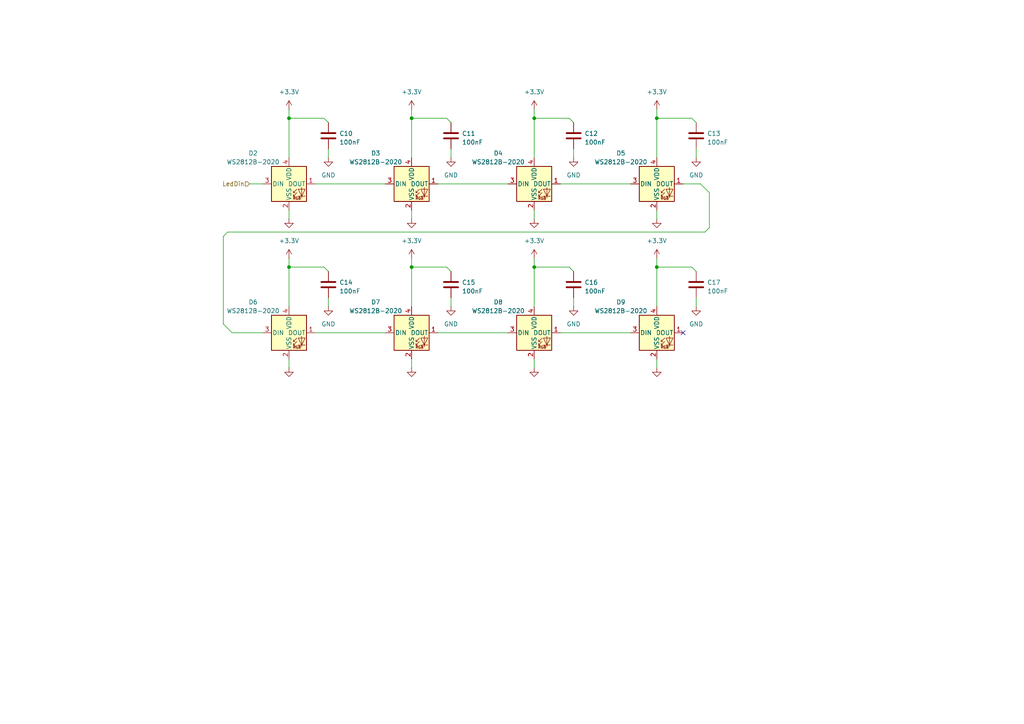
<source format=kicad_sch>
(kicad_sch (version 20250114) (generator "eeschema") (generator_version "9.0")
  (paper "A4")
  (lib_symbols
    (symbol "Device:C" (pin_numbers (hide yes)) (pin_names (offset 0.254))
      (property "Reference" "C" (at 0.635 2.54 0))
      (property "Value" "C" (at 0.635 -2.54 0))
      (symbol "C_0_1"
        (polyline (pts (xy -2.032 0.762) (xy 2.032 0.762)) (stroke (width 0.508)))
        (polyline (pts (xy -2.032 -0.762) (xy 2.032 -0.762)) (stroke (width 0.508)))
      )
      (symbol "C_1_1"
        (pin passive line (at 0 3.81 270) (length 2.794) (name "~") (number "1"))
        (pin passive line (at 0 -3.81 90) (length 2.794) (name "~") (number "2"))
      )
    )
    (symbol "LED:WS2812B-2020" (pin_names (offset 0.254))
      (property "Reference" "D" (at 5.08 5.715 0))
      (property "Value" "WS2812B-2020" (at 1.27 -5.715 0))
      (symbol "WS2812B-2020_0_0"
        (text "RGB" (at 2.286 -4.191 0) (effects (font (size 0.762 0.762))))
      )
      (symbol "WS2812B-2020_0_1"
        (polyline (pts (xy 1.27 -2.54) (xy 1.778 -2.54)))
        (polyline (pts (xy 1.27 -3.556) (xy 1.778 -3.556)))
        (polyline (pts (xy 2.286 -1.524) (xy 1.27 -2.54) (xy 1.27 -2.032)))
        (polyline (pts (xy 2.286 -2.54) (xy 1.27 -3.556) (xy 1.27 -3.048)))
        (polyline (pts (xy 3.683 -1.016) (xy 3.683 -3.556) (xy 3.683 -4.064)))
        (polyline (pts (xy 4.699 -1.524) (xy 2.667 -1.524) (xy 3.683 -3.556) (xy 4.699 -1.524)))
        (polyline (pts (xy 4.699 -3.556) (xy 2.667 -3.556)))
        (rectangle (start 5.08 5.08) (end -5.08 -5.08) (stroke (width 0.254)) (fill (type background)))
      )
      (symbol "WS2812B-2020_1_1"
        (pin input line (at -7.62 0 0) (length 2.54) (name "DIN") (number "3"))
        (pin power_in line (at 0 7.62 270) (length 2.54) (name "VDD") (number "4"))
        (pin power_in line (at 0 -7.62 90) (length 2.54) (name "VSS") (number "2"))
        (pin output line (at 7.62 0 180) (length 2.54) (name "DOUT") (number "1"))
      )
    )
    (symbol "power:+3.3V" (power) (pin_numbers (hide yes)) (pin_names (offset 0) (hide yes))
      (property "Value" "+3.3V" (at 0 3.556 0))
      (symbol "+3.3V_0_1"
        (polyline (pts (xy -0.762 1.27) (xy 0 2.54)))
        (polyline (pts (xy 0 2.54) (xy 0.762 1.27)))
        (polyline (pts (xy 0 0) (xy 0 2.54)))
      )
      (symbol "+3.3V_1_1"
        (pin power_in line (at 0 0 90) (length 0) (name "~") (number "1"))
      )
    )
    (symbol "power:GND" (power) (pin_numbers (hide yes)) (pin_names (offset 0) (hide yes))
      (property "Value" "GND" (at 0 -3.81 0))
      (symbol "GND_0_1"
        (polyline (pts (xy 0 0) (xy 0 -1.27) (xy 1.27 -1.27) (xy 0 -2.54) (xy -1.27 -1.27) (xy 0 -1.27)))
      )
      (symbol "GND_1_1"
        (pin power_in line (at 0 0 270) (length 0) (name "~") (number "1"))
      )
    )
  )
  (junction (at 190.5 34.29))
  (junction (at 119.38 77.47))
  (junction (at 83.82 77.47))
  (junction (at 119.38 34.29))
  (junction (at 190.5 77.47))
  (junction (at 154.94 34.29))
  (junction (at 154.94 77.47))
  (junction (at 83.82 34.29))
  (no_connect (at 198.12 96.52))
  (wire (pts (xy 205.74 55.88) (xy 205.74 66.04)))
  (wire (pts (xy 93.98 34.29) (xy 95.25 35.56)))
  (wire (pts (xy 119.38 31.75) (xy 119.38 34.29)))
  (wire (pts (xy 190.5 104.14) (xy 190.5 106.68)))
  (wire (pts (xy 154.94 104.14) (xy 154.94 106.68)))
  (wire (pts (xy 119.38 77.47) (xy 129.54 77.47)))
  (wire (pts (xy 190.5 31.75) (xy 190.5 34.29)))
  (wire (pts (xy 154.94 77.47) (xy 165.1 77.47)))
  (wire (pts (xy 201.93 43.18) (xy 201.93 45.72)))
  (wire (pts (xy 83.82 34.29) (xy 83.82 45.72)))
  (wire (pts (xy 127 96.52) (xy 147.32 96.52)))
  (wire (pts (xy 154.94 77.47) (xy 154.94 88.9)))
  (wire (pts (xy 91.44 96.52) (xy 111.76 96.52)))
  (wire (pts (xy 91.44 53.34) (xy 111.76 53.34)))
  (wire (pts (xy 72.39 53.34) (xy 76.2 53.34)))
  (wire (pts (xy 198.12 53.34) (xy 203.2 53.34)))
  (wire (pts (xy 205.74 55.88) (xy 203.2 53.34)))
  (wire (pts (xy 119.38 74.93) (xy 119.38 77.47)))
  (wire (pts (xy 165.1 34.29) (xy 166.37 35.56)))
  (wire (pts (xy 200.66 77.47) (xy 201.93 78.74)))
  (wire (pts (xy 64.77 68.58) (xy 64.77 93.98)))
  (wire (pts (xy 190.5 77.47) (xy 200.66 77.47)))
  (wire (pts (xy 154.94 34.29) (xy 154.94 45.72)))
  (wire (pts (xy 130.81 86.36) (xy 130.81 88.9)))
  (wire (pts (xy 190.5 34.29) (xy 190.5 45.72)))
  (wire (pts (xy 119.38 60.96) (xy 119.38 63.5)))
  (wire (pts (xy 162.56 96.52) (xy 182.88 96.52)))
  (wire (pts (xy 190.5 77.47) (xy 190.5 88.9)))
  (wire (pts (xy 166.37 43.18) (xy 166.37 45.72)))
  (wire (pts (xy 119.38 34.29) (xy 129.54 34.29)))
  (wire (pts (xy 162.56 53.34) (xy 182.88 53.34)))
  (wire (pts (xy 64.77 93.98) (xy 67.31 96.52)))
  (wire (pts (xy 129.54 77.47) (xy 130.81 78.74)))
  (wire (pts (xy 83.82 77.47) (xy 93.98 77.47)))
  (wire (pts (xy 129.54 34.29) (xy 130.81 35.56)))
  (wire (pts (xy 95.25 43.18) (xy 95.25 45.72)))
  (wire (pts (xy 83.82 74.93) (xy 83.82 77.47)))
  (wire (pts (xy 66.04 67.31) (xy 204.47 67.31)))
  (wire (pts (xy 83.82 77.47) (xy 83.82 88.9)))
  (wire (pts (xy 200.66 34.29) (xy 201.93 35.56)))
  (wire (pts (xy 154.94 74.93) (xy 154.94 77.47)))
  (wire (pts (xy 166.37 86.36) (xy 166.37 88.9)))
  (wire (pts (xy 83.82 104.14) (xy 83.82 106.68)))
  (wire (pts (xy 95.25 86.36) (xy 95.25 88.9)))
  (wire (pts (xy 205.74 66.04) (xy 204.47 67.31)))
  (wire (pts (xy 154.94 31.75) (xy 154.94 34.29)))
  (wire (pts (xy 66.04 67.31) (xy 64.77 68.58)))
  (wire (pts (xy 83.82 31.75) (xy 83.82 34.29)))
  (wire (pts (xy 127 53.34) (xy 147.32 53.34)))
  (wire (pts (xy 201.93 86.36) (xy 201.93 88.9)))
  (wire (pts (xy 119.38 77.47) (xy 119.38 88.9)))
  (wire (pts (xy 190.5 74.93) (xy 190.5 77.47)))
  (wire (pts (xy 165.1 77.47) (xy 166.37 78.74)))
  (wire (pts (xy 83.82 60.96) (xy 83.82 63.5)))
  (wire (pts (xy 154.94 60.96) (xy 154.94 63.5)))
  (wire (pts (xy 154.94 34.29) (xy 165.1 34.29)))
  (wire (pts (xy 119.38 34.29) (xy 119.38 45.72)))
  (wire (pts (xy 190.5 60.96) (xy 190.5 63.5)))
  (wire (pts (xy 190.5 34.29) (xy 200.66 34.29)))
  (wire (pts (xy 119.38 104.14) (xy 119.38 106.68)))
  (wire (pts (xy 93.98 77.47) (xy 95.25 78.74)))
  (wire (pts (xy 130.81 43.18) (xy 130.81 45.72)))
  (wire (pts (xy 83.82 34.29) (xy 93.98 34.29)))
  (wire (pts (xy 67.31 96.52) (xy 76.2 96.52)))
  (hierarchical_label "LedDin" (shape input) (at 72.39 53.34 180))
  (symbol (lib_id "Device:C") (at 130.81 82.55 0) (unit 1)
    (property "Reference" "C15" (at 133.985 81.915 0) (effects (justify left)))
    (property "Value" "100nF" (at 133.985 84.455 0) (effects (justify left)))
    (property "Footprint" "Capacitor_SMD:C_0603_1608Metric_Pad1.08x0.95mm_HandSolder" (effects (hide yes)))
    (property "Description" "Unpolarized capacitor" (effects (hide yes)))
    (property "P/N" "MLASH168SB7104KTNA01" (effects (hide yes)))
  )
  (symbol (lib_id "Device:C") (at 201.93 82.55 0) (unit 1)
    (property "Reference" "C17" (at 205.105 81.915 0) (effects (justify left)))
    (property "Value" "100nF" (at 205.105 84.455 0) (effects (justify left)))
    (property "Footprint" "Capacitor_SMD:C_0603_1608Metric_Pad1.08x0.95mm_HandSolder" (effects (hide yes)))
    (property "Description" "Unpolarized capacitor" (effects (hide yes)))
    (property "P/N" "MLASH168SB7104KTNA01" (effects (hide yes)))
  )
  (symbol (lib_id "power:GND") (at 154.94 106.68 0) (unit 1)
    (property "Reference" "#PWR064" (effects (hide yes)))
    (property "Value" "GND" (effects (hide yes)))
    (property "Description" "Power symbol creates a global label with name \"GND\" , ground" (effects (hide yes)))
  )
  (symbol (lib_id "power:GND") (at 119.38 63.5 0) (unit 1)
    (property "Reference" "#PWR038" (effects (hide yes)))
    (property "Value" "GND" (effects (hide yes)))
    (property "Description" "Power symbol creates a global label with name \"GND\" , ground" (effects (hide yes)))
  )
  (symbol (lib_id "LED:WS2812B-2020") (at 119.38 53.34 0) (unit 1)
    (property "Reference" "D3" (at 108.966 44.45 0))
    (property "Value" "WS2812B-2020" (at 108.966 46.99 0))
    (property "Footprint" "VoltTemp:WS2812B-2020" (effects (hide yes)))
    (property "Datasheet" "https://cdn-shop.adafruit.com/product-files/4684/4684_WS2812B-2020_V1.3_EN.pdf" (effects (hide yes)))
    (property "Description" "RGB LED with integrated controller, 2.0 x 2.0 mm, 12 mA" (effects (hide yes)))
  )
  (symbol (lib_id "LED:WS2812B-2020") (at 83.82 53.34 0) (unit 1)
    (property "Reference" "D2" (at 73.406 44.45 0))
    (property "Value" "WS2812B-2020" (at 73.406 46.99 0))
    (property "Footprint" "VoltTemp:WS2812B-2020" (effects (hide yes)))
    (property "Datasheet" "https://cdn-shop.adafruit.com/product-files/4684/4684_WS2812B-2020_V1.3_EN.pdf" (effects (hide yes)))
    (property "Description" "RGB LED with integrated controller, 2.0 x 2.0 mm, 12 mA" (effects (hide yes)))
  )
  (symbol (lib_id "Device:C") (at 166.37 39.37 0) (unit 1)
    (property "Reference" "C12" (at 169.545 38.735 0) (effects (justify left)))
    (property "Value" "100nF" (at 169.545 41.275 0) (effects (justify left)))
    (property "Footprint" "Capacitor_SMD:C_0603_1608Metric_Pad1.08x0.95mm_HandSolder" (effects (hide yes)))
    (property "Description" "Unpolarized capacitor" (effects (hide yes)))
    (property "P/N" "MLASH168SB7104KTNA01" (effects (hide yes)))
  )
  (symbol (lib_id "LED:WS2812B-2020") (at 154.94 53.34 0) (unit 1)
    (property "Reference" "D4" (at 144.526 44.45 0))
    (property "Value" "WS2812B-2020" (at 144.526 46.99 0))
    (property "Footprint" "VoltTemp:WS2812B-2020" (effects (hide yes)))
    (property "Datasheet" "https://cdn-shop.adafruit.com/product-files/4684/4684_WS2812B-2020_V1.3_EN.pdf" (effects (hide yes)))
    (property "Description" "RGB LED with integrated controller, 2.0 x 2.0 mm, 12 mA" (effects (hide yes)))
  )
  (symbol (lib_id "power:+3.3V") (at 190.5 31.75 0) (unit 1)
    (property "Reference" "#PWR087" (effects (hide yes)))
    (property "Value" "+3.3V" (at 190.5 26.67 0))
    (property "Description" "Power symbol creates a global label with name \"+3.3V\"" (effects (hide yes)))
  )
  (symbol (lib_id "LED:WS2812B-2020") (at 119.38 96.52 0) (unit 1)
    (property "Reference" "D7" (at 108.966 87.63 0))
    (property "Value" "WS2812B-2020" (at 108.966 90.17 0))
    (property "Footprint" "VoltTemp:WS2812B-2020" (effects (hide yes)))
    (property "Datasheet" "https://cdn-shop.adafruit.com/product-files/4684/4684_WS2812B-2020_V1.3_EN.pdf" (effects (hide yes)))
    (property "Description" "RGB LED with integrated controller, 2.0 x 2.0 mm, 12 mA" (effects (hide yes)))
  )
  (symbol (lib_id "power:GND") (at 190.5 106.68 0) (unit 1)
    (property "Reference" "#PWR067" (effects (hide yes)))
    (property "Value" "GND" (effects (hide yes)))
    (property "Description" "Power symbol creates a global label with name \"GND\" , ground" (effects (hide yes)))
  )
  (symbol (lib_id "power:GND") (at 95.25 45.72 0) (unit 1)
    (property "Reference" "#PWR036" (effects (hide yes)))
    (property "Value" "GND" (at 95.25 50.8 0))
    (property "Description" "Power symbol creates a global label with name \"GND\" , ground" (effects (hide yes)))
  )
  (symbol (lib_id "LED:WS2812B-2020") (at 154.94 96.52 0) (unit 1)
    (property "Reference" "D8" (at 144.526 87.63 0))
    (property "Value" "WS2812B-2020" (at 144.526 90.17 0))
    (property "Footprint" "VoltTemp:WS2812B-2020" (effects (hide yes)))
    (property "Datasheet" "https://cdn-shop.adafruit.com/product-files/4684/4684_WS2812B-2020_V1.3_EN.pdf" (effects (hide yes)))
    (property "Description" "RGB LED with integrated controller, 2.0 x 2.0 mm, 12 mA" (effects (hide yes)))
  )
  (symbol (lib_id "power:+3.3V") (at 119.38 31.75 0) (unit 1)
    (property "Reference" "#PWR085" (effects (hide yes)))
    (property "Value" "+3.3V" (at 119.38 26.67 0))
    (property "Description" "Power symbol creates a global label with name \"+3.3V\"" (effects (hide yes)))
  )
  (symbol (lib_id "power:GND") (at 201.93 88.9 0) (unit 1)
    (property "Reference" "#PWR068" (effects (hide yes)))
    (property "Value" "GND" (at 201.93 93.98 0))
    (property "Description" "Power symbol creates a global label with name \"GND\" , ground" (effects (hide yes)))
  )
  (symbol (lib_id "power:+3.3V") (at 154.94 31.75 0) (unit 1)
    (property "Reference" "#PWR086" (effects (hide yes)))
    (property "Value" "+3.3V" (at 154.94 26.67 0))
    (property "Description" "Power symbol creates a global label with name \"+3.3V\"" (effects (hide yes)))
  )
  (symbol (lib_id "Device:C") (at 95.25 39.37 0) (unit 1)
    (property "Reference" "C10" (at 98.425 38.735 0) (effects (justify left)))
    (property "Value" "100nF" (at 98.425 41.275 0) (effects (justify left)))
    (property "Footprint" "Capacitor_SMD:C_0603_1608Metric_Pad1.08x0.95mm_HandSolder" (effects (hide yes)))
    (property "Description" "Unpolarized capacitor" (effects (hide yes)))
    (property "P/N" "MLASH168SB7104KTNA01" (effects (hide yes)))
  )
  (symbol (lib_id "LED:WS2812B-2020") (at 83.82 96.52 0) (unit 1)
    (property "Reference" "D6" (at 73.406 87.63 0))
    (property "Value" "WS2812B-2020" (at 73.406 90.17 0))
    (property "Footprint" "VoltTemp:WS2812B-2020" (effects (hide yes)))
    (property "Datasheet" "https://cdn-shop.adafruit.com/product-files/4684/4684_WS2812B-2020_V1.3_EN.pdf" (effects (hide yes)))
    (property "Description" "RGB LED with integrated controller, 2.0 x 2.0 mm, 12 mA" (effects (hide yes)))
  )
  (symbol (lib_id "power:GND") (at 130.81 88.9 0) (unit 1)
    (property "Reference" "#PWR062" (effects (hide yes)))
    (property "Value" "GND" (at 130.81 93.98 0))
    (property "Description" "Power symbol creates a global label with name \"GND\" , ground" (effects (hide yes)))
  )
  (symbol (lib_id "LED:WS2812B-2020") (at 190.5 96.52 0) (unit 1)
    (property "Reference" "D9" (at 180.086 87.63 0))
    (property "Value" "WS2812B-2020" (at 180.086 90.17 0))
    (property "Footprint" "VoltTemp:WS2812B-2020" (effects (hide yes)))
    (property "Datasheet" "https://cdn-shop.adafruit.com/product-files/4684/4684_WS2812B-2020_V1.3_EN.pdf" (effects (hide yes)))
    (property "Description" "RGB LED with integrated controller, 2.0 x 2.0 mm, 12 mA" (effects (hide yes)))
  )
  (symbol (lib_id "power:+3.3V") (at 154.94 74.93 0) (unit 1)
    (property "Reference" "#PWR089" (effects (hide yes)))
    (property "Value" "+3.3V" (at 154.94 69.85 0))
    (property "Description" "Power symbol creates a global label with name \"+3.3V\"" (effects (hide yes)))
  )
  (symbol (lib_id "power:GND") (at 83.82 63.5 0) (unit 1)
    (property "Reference" "#PWR034" (effects (hide yes)))
    (property "Value" "GND" (effects (hide yes)))
    (property "Description" "Power symbol creates a global label with name \"GND\" , ground" (effects (hide yes)))
  )
  (symbol (lib_id "LED:WS2812B-2020") (at 190.5 53.34 0) (unit 1)
    (property "Reference" "D5" (at 180.086 44.45 0))
    (property "Value" "WS2812B-2020" (at 180.086 46.99 0))
    (property "Footprint" "VoltTemp:WS2812B-2020" (effects (hide yes)))
    (property "Datasheet" "https://cdn-shop.adafruit.com/product-files/4684/4684_WS2812B-2020_V1.3_EN.pdf" (effects (hide yes)))
    (property "Description" "RGB LED with integrated controller, 2.0 x 2.0 mm, 12 mA" (effects (hide yes)))
  )
  (symbol (lib_id "power:GND") (at 190.5 63.5 0) (unit 1)
    (property "Reference" "#PWR044" (effects (hide yes)))
    (property "Value" "GND" (effects (hide yes)))
    (property "Description" "Power symbol creates a global label with name \"GND\" , ground" (effects (hide yes)))
  )
  (symbol (lib_id "power:+3.3V") (at 83.82 74.93 0) (unit 1)
    (property "Reference" "#PWR091" (effects (hide yes)))
    (property "Value" "+3.3V" (at 83.82 69.85 0))
    (property "Description" "Power symbol creates a global label with name \"+3.3V\"" (effects (hide yes)))
  )
  (symbol (lib_id "power:GND") (at 154.94 63.5 0) (unit 1)
    (property "Reference" "#PWR041" (effects (hide yes)))
    (property "Value" "GND" (effects (hide yes)))
    (property "Description" "Power symbol creates a global label with name \"GND\" , ground" (effects (hide yes)))
  )
  (symbol (lib_id "power:GND") (at 95.25 88.9 0) (unit 1)
    (property "Reference" "#PWR048" (effects (hide yes)))
    (property "Value" "GND" (at 95.25 93.98 0))
    (property "Description" "Power symbol creates a global label with name \"GND\" , ground" (effects (hide yes)))
  )
  (symbol (lib_id "power:GND") (at 130.81 45.72 0) (unit 1)
    (property "Reference" "#PWR039" (effects (hide yes)))
    (property "Value" "GND" (at 130.81 50.8 0))
    (property "Description" "Power symbol creates a global label with name \"GND\" , ground" (effects (hide yes)))
  )
  (symbol (lib_id "power:GND") (at 201.93 45.72 0) (unit 1)
    (property "Reference" "#PWR045" (effects (hide yes)))
    (property "Value" "GND" (at 201.93 50.8 0))
    (property "Description" "Power symbol creates a global label with name \"GND\" , ground" (effects (hide yes)))
  )
  (symbol (lib_id "Device:C") (at 166.37 82.55 0) (unit 1)
    (property "Reference" "C16" (at 169.545 81.915 0) (effects (justify left)))
    (property "Value" "100nF" (at 169.545 84.455 0) (effects (justify left)))
    (property "Footprint" "Capacitor_SMD:C_0603_1608Metric_Pad1.08x0.95mm_HandSolder" (effects (hide yes)))
    (property "Description" "Unpolarized capacitor" (effects (hide yes)))
    (property "P/N" "MLASH168SB7104KTNA01" (effects (hide yes)))
  )
  (symbol (lib_id "power:+3.3V") (at 119.38 74.93 0) (unit 1)
    (property "Reference" "#PWR090" (effects (hide yes)))
    (property "Value" "+3.3V" (at 119.38 69.85 0))
    (property "Description" "Power symbol creates a global label with name \"+3.3V\"" (effects (hide yes)))
  )
  (symbol (lib_id "power:GND") (at 166.37 45.72 0) (unit 1)
    (property "Reference" "#PWR042" (effects (hide yes)))
    (property "Value" "GND" (at 166.37 50.8 0))
    (property "Description" "Power symbol creates a global label with name \"GND\" , ground" (effects (hide yes)))
  )
  (symbol (lib_id "power:GND") (at 119.38 106.68 0) (unit 1)
    (property "Reference" "#PWR061" (effects (hide yes)))
    (property "Value" "GND" (effects (hide yes)))
    (property "Description" "Power symbol creates a global label with name \"GND\" , ground" (effects (hide yes)))
  )
  (symbol (lib_id "Device:C") (at 95.25 82.55 0) (unit 1)
    (property "Reference" "C14" (at 98.425 81.915 0) (effects (justify left)))
    (property "Value" "100nF" (at 98.425 84.455 0) (effects (justify left)))
    (property "Footprint" "Capacitor_SMD:C_0603_1608Metric_Pad1.08x0.95mm_HandSolder" (effects (hide yes)))
    (property "Description" "Unpolarized capacitor" (effects (hide yes)))
    (property "P/N" "MLASH168SB7104KTNA01" (effects (hide yes)))
  )
  (symbol (lib_id "power:GND") (at 83.82 106.68 0) (unit 1)
    (property "Reference" "#PWR047" (effects (hide yes)))
    (property "Value" "GND" (effects (hide yes)))
    (property "Description" "Power symbol creates a global label with name \"GND\" , ground" (effects (hide yes)))
  )
  (symbol (lib_id "Device:C") (at 201.93 39.37 0) (unit 1)
    (property "Reference" "C13" (at 205.105 38.735 0) (effects (justify left)))
    (property "Value" "100nF" (at 205.105 41.275 0) (effects (justify left)))
    (property "Footprint" "Capacitor_SMD:C_0603_1608Metric_Pad1.08x0.95mm_HandSolder" (effects (hide yes)))
    (property "Description" "Unpolarized capacitor" (effects (hide yes)))
    (property "P/N" "MLASH168SB7104KTNA01" (effects (hide yes)))
  )
  (symbol (lib_id "Device:C") (at 130.81 39.37 0) (unit 1)
    (property "Reference" "C11" (at 133.985 38.735 0) (effects (justify left)))
    (property "Value" "100nF" (at 133.985 41.275 0) (effects (justify left)))
    (property "Footprint" "Capacitor_SMD:C_0603_1608Metric_Pad1.08x0.95mm_HandSolder" (effects (hide yes)))
    (property "Description" "Unpolarized capacitor" (effects (hide yes)))
    (property "P/N" "MLASH168SB7104KTNA01" (effects (hide yes)))
  )
  (symbol (lib_id "power:+3.3V") (at 190.5 74.93 0) (unit 1)
    (property "Reference" "#PWR088" (effects (hide yes)))
    (property "Value" "+3.3V" (at 190.5 69.85 0))
    (property "Description" "Power symbol creates a global label with name \"+3.3V\"" (effects (hide yes)))
  )
  (symbol (lib_id "power:GND") (at 166.37 88.9 0) (unit 1)
    (property "Reference" "#PWR065" (effects (hide yes)))
    (property "Value" "GND" (at 166.37 93.98 0))
    (property "Description" "Power symbol creates a global label with name \"GND\" , ground" (effects (hide yes)))
  )
  (symbol (lib_id "power:+3.3V") (at 83.82 31.75 0) (unit 1)
    (property "Reference" "#PWR084" (effects (hide yes)))
    (property "Value" "+3.3V" (at 83.82 26.67 0))
    (property "Description" "Power symbol creates a global label with name \"+3.3V\"" (effects (hide yes)))
  )
)
</source>
